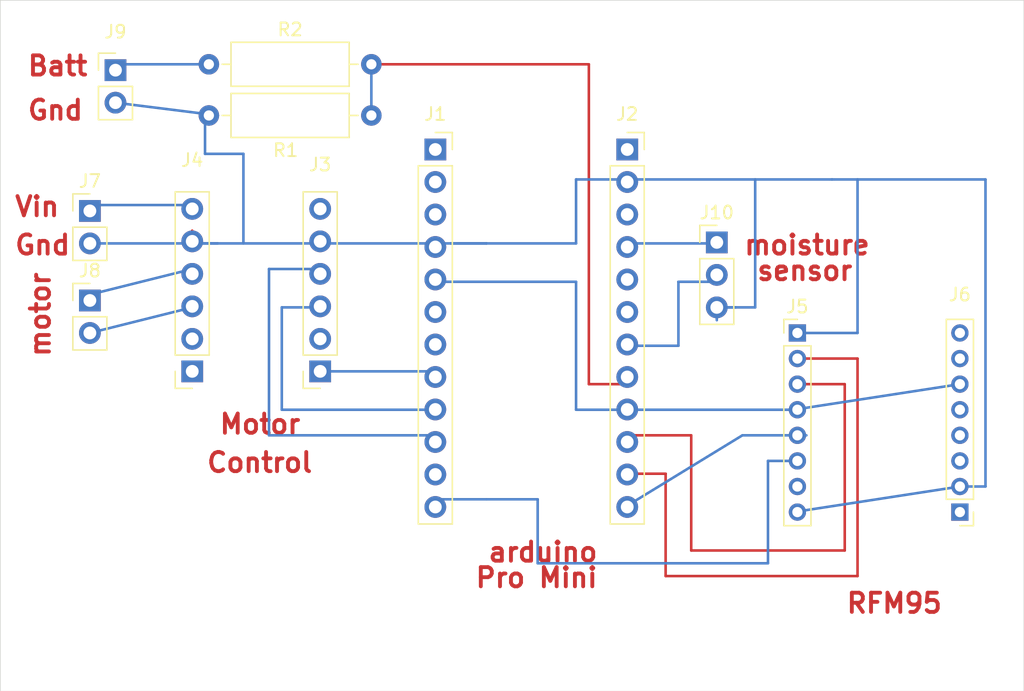
<source format=kicad_pcb>
(kicad_pcb (version 20240108) (generator "pcbnew") (generator_version "8.0")
  (layers (0 "F.Cu" signal) (31 "B.Cu" signal) (34 "B.Paste" user) (35 "F.Paste" user) (36 "B.SilkS" user "B.Silkscreen") (37 "F.SilkS" user "F.Silkscreen") (38 "B.Mask" user) (39 "F.Mask" user) (44 "Edge.Cuts" user))
  (net 0 "")
  (net 4 "Net-(J1-Pin_12)")
  (net 5 "Net-(J1-Pin_9)")
  (net 7 "Net-(J1-Pin_8)")
  (net 8 "Net-(J1-Pin_4)")
  (net 9 "Net-(J1-Pin_5)")
  (net 11 "Net-(J1-Pin_10)")
  (net 13 "Net-(J2-Pin_11)")
  (net 15 "Net-(J10-Pin_2)")
  (net 17 "Net-(J2-Pin_12)")
  (net 18 "Net-(J10-Pin_1)")
  (net 19 "Net-(J2-Pin_8)")
  (net 22 "Net-(J2-Pin_10)")
  (net 25 "Net-(J4-Pin_3)")
  (net 26 "Net-(J4-Pin_4)")
  (net 29 "Net-(J4-Pin_6)")
  (net 37 "Net-(J9-Pin_1)")
  (footprint "Connector_PinHeader_2.54mm:PinHeader_1x02_P2.54mm_Vertical" (layer "F.Cu") (at 89 75.46)
    (property "Reference" "J9" (at 0 -3 0) (layer "F.SilkS"))
    (property "Value" "Conn_01x02_Socket" (hide yes))
    (fp_line (start -1.33 -1.33) (end 0 -1.33) (stroke (width 0.12)) (layer "F.SilkS"))
    (fp_line (start -1.33 0) (end -1.33 -1.33) (stroke (width 0.12)) (layer "F.SilkS"))
    (fp_line (start -1.33 1.27) (end -1.33 3.87) (stroke (width 0.12)) (layer "F.SilkS"))
    (fp_line (start -1.33 1.27) (end 1.33 1.27) (stroke (width 0.12)) (layer "F.SilkS"))
    (fp_line (start -1.33 3.87) (end 1.33 3.87) (stroke (width 0.12)) (layer "F.SilkS"))
    (fp_line (start 1.33 1.27) (end 1.33 3.87) (stroke (width 0.12)) (layer "F.SilkS"))
    (pad "1" thru_hole rect (at 0 0) (size 1.7 1.7) (drill 1) (layers "*.Cu" "*.Mask") (net 37 "Net-(J9-Pin_1)"))
    (pad "2" thru_hole oval (at 0 2.54) (size 1.7 1.7) (drill 1) (layers "*.Cu" "*.Mask") (net 8 "Net-(J1-Pin_4)"))
  )
  (footprint "Resistor_THT:R_Axial_DIN0309_L9.0mm_D3.2mm_P12.70mm_Horizontal" (layer "F.Cu") (at 96.3 75)
    (property "Reference" "R2" (at 6.35 -2.72 0) (layer "F.SilkS"))
    (property "Value" "2.2k")
    (fp_line (start 1.04 0) (end 1.73 0) (stroke (width 0.12)) (layer "F.SilkS"))
    (fp_line (start 1.73 -1.72) (end 1.73 1.72) (stroke (width 0.12)) (layer "F.SilkS"))
    (fp_line (start 1.73 1.72) (end 10.97 1.72) (stroke (width 0.12)) (layer "F.SilkS"))
    (fp_line (start 10.97 -1.72) (end 1.73 -1.72) (stroke (width 0.12)) (layer "F.SilkS"))
    (fp_line (start 10.97 1.72) (end 10.97 -1.72) (stroke (width 0.12)) (layer "F.SilkS"))
    (fp_line (start 11.66 0) (end 10.97 0) (stroke (width 0.12)) (layer "F.SilkS"))
    (pad "1" thru_hole circle (at 0 0) (size 1.6 1.6) (drill 0.8) (layers "*.Cu" "*.Mask") (net 37 "Net-(J9-Pin_1)"))
    (pad "2" thru_hole oval (at 12.7 0) (size 1.6 1.6) (drill 0.8) (layers "*.Cu" "*.Mask") (net 19 "Net-(J2-Pin_8)"))
  )
  (footprint "Resistor_THT:R_Axial_DIN0309_L9.0mm_D3.2mm_P12.70mm_Horizontal" (layer "F.Cu") (at 109 79 180)
    (property "Reference" "R1" (at 6.7 -2.72 0) (layer "F.SilkS"))
    (property "Value" "2.2k")
    (fp_line (start 11.66 0) (end 10.97 0) (stroke (width 0.12)) (layer "F.SilkS"))
    (fp_line (start 10.97 1.72) (end 10.97 -1.72) (stroke (width 0.12)) (layer "F.SilkS"))
    (fp_line (start 10.97 -1.72) (end 1.73 -1.72) (stroke (width 0.12)) (layer "F.SilkS"))
    (fp_line (start 1.73 1.72) (end 10.97 1.72) (stroke (width 0.12)) (layer "F.SilkS"))
    (fp_line (start 1.73 -1.72) (end 1.73 1.72) (stroke (width 0.12)) (layer "F.SilkS"))
    (fp_line (start 1.04 0) (end 1.73 0) (stroke (width 0.12)) (layer "F.SilkS"))
    (pad "1" thru_hole circle (at 0 0 180) (size 1.6 1.6) (drill 0.8) (layers "*.Cu" "*.Mask") (net 19 "Net-(J2-Pin_8)"))
    (pad "2" thru_hole oval (at 12.7 0 180) (size 1.6 1.6) (drill 0.8) (layers "*.Cu" "*.Mask") (net 8 "Net-(J1-Pin_4)"))
  )
  (footprint "Connector_PinHeader_2.54mm:PinHeader_1x02_P2.54mm_Vertical" (layer "F.Cu") (at 87 93.46)
    (property "Reference" "J8" (at 0 -2.33 0) (layer "F.SilkS"))
    (property "Value" "Conn_01x02_Socket" (hide yes))
    (fp_line (start -1.33 -1.33) (end 0 -1.33) (stroke (width 0.12)) (layer "F.SilkS"))
    (fp_line (start -1.33 0) (end -1.33 -1.33) (stroke (width 0.12)) (layer "F.SilkS"))
    (fp_line (start -1.33 1.27) (end -1.33 3.87) (stroke (width 0.12)) (layer "F.SilkS"))
    (fp_line (start -1.33 1.27) (end 1.33 1.27) (stroke (width 0.12)) (layer "F.SilkS"))
    (fp_line (start -1.33 3.87) (end 1.33 3.87) (stroke (width 0.12)) (layer "F.SilkS"))
    (fp_line (start 1.33 1.27) (end 1.33 3.87) (stroke (width 0.12)) (layer "F.SilkS"))
    (pad "1" thru_hole rect (at 0 0) (size 1.7 1.7) (drill 1) (layers "*.Cu" "*.Mask") (net 26 "Net-(J4-Pin_4)"))
    (pad "2" thru_hole oval (at 0 2.54) (size 1.7 1.7) (drill 1) (layers "*.Cu" "*.Mask") (net 25 "Net-(J4-Pin_3)"))
  )
  (footprint "Connector_PinHeader_2.54mm:PinHeader_1x02_P2.54mm_Vertical" (layer "F.Cu") (at 87 86.46)
    (property "Reference" "J7" (at 0 -2.33 0) (layer "F.SilkS"))
    (property "Value" "Conn_01x02_Socket" (hide yes))
    (fp_line (start -1.33 -1.33) (end 0 -1.33) (stroke (width 0.12)) (layer "F.SilkS"))
    (fp_line (start -1.33 0) (end -1.33 -1.33) (stroke (width 0.12)) (layer "F.SilkS"))
    (fp_line (start -1.33 1.27) (end -1.33 3.87) (stroke (width 0.12)) (layer "F.SilkS"))
    (fp_line (start -1.33 1.27) (end 1.33 1.27) (stroke (width 0.12)) (layer "F.SilkS"))
    (fp_line (start -1.33 3.87) (end 1.33 3.87) (stroke (width 0.12)) (layer "F.SilkS"))
    (fp_line (start 1.33 1.27) (end 1.33 3.87) (stroke (width 0.12)) (layer "F.SilkS"))
    (pad "1" thru_hole rect (at 0 0) (size 1.7 1.7) (drill 1) (layers "*.Cu" "*.Mask") (net 29 "Net-(J4-Pin_6)"))
    (pad "2" thru_hole oval (at 0 2.54) (size 1.7 1.7) (drill 1) (layers "*.Cu" "*.Mask") (net 8 "Net-(J1-Pin_4)"))
  )
  (footprint "Connector_PinHeader_2.54mm:PinHeader_1x03_P2.54mm_Vertical" (layer "F.Cu") (at 136 88.92)
    (property "Reference" "J10" (at 0 -2.33 0) (layer "F.SilkS"))
    (property "Value" "Conn_01x03_Socket" (hide yes))
    (fp_line (start -1.33 -1.33) (end 0 -1.33) (stroke (width 0.12)) (layer "F.SilkS"))
    (fp_line (start -1.33 0) (end -1.33 -1.33) (stroke (width 0.12)) (layer "F.SilkS"))
    (fp_line (start -1.33 1.27) (end -1.33 6.41) (stroke (width 0.12)) (layer "F.SilkS"))
    (fp_line (start -1.33 1.27) (end 1.33 1.27) (stroke (width 0.12)) (layer "F.SilkS"))
    (fp_line (start -1.33 6.41) (end 1.33 6.41) (stroke (width 0.12)) (layer "F.SilkS"))
    (fp_line (start 1.33 1.27) (end 1.33 6.41) (stroke (width 0.12)) (layer "F.SilkS"))
    (pad "1" thru_hole rect (at 0 0) (size 1.7 1.7) (drill 1) (layers "*.Cu" "*.Mask") (net 18 "Net-(J10-Pin_1)"))
    (pad "2" thru_hole oval (at 0 2.54) (size 1.7 1.7) (drill 1) (layers "*.Cu" "*.Mask") (net 15 "Net-(J10-Pin_2)"))
    (pad "3" thru_hole oval (at 0 5.08) (size 1.7 1.7) (drill 1) (layers "*.Cu" "*.Mask") (net 8 "Net-(J1-Pin_4)"))
  )
  (footprint "Connector_PinHeader_2.00mm:PinHeader_1x08_P2.00mm_Vertical" (layer "F.Cu") (at 142.3 96)
    (property "Reference" "J5" (at 0 -2.06 0) (layer "F.SilkS"))
    (property "Value" "Conn_01x08_Socket" (hide yes))
    (fp_line (start -1.06 -1.06) (end 0 -1.06) (stroke (width 0.12)) (layer "F.SilkS"))
    (fp_line (start -1.06 0) (end -1.06 -1.06) (stroke (width 0.12)) (layer "F.SilkS"))
    (fp_line (start -1.06 1) (end -1.06 15.06) (stroke (width 0.12)) (layer "F.SilkS"))
    (fp_line (start -1.06 1) (end 1.06 1) (stroke (width 0.12)) (layer "F.SilkS"))
    (fp_line (start -1.06 15.06) (end 1.06 15.06) (stroke (width 0.12)) (layer "F.SilkS"))
    (fp_line (start 1.06 1) (end 1.06 15.06) (stroke (width 0.12)) (layer "F.SilkS"))
    (pad "1" thru_hole rect (at 0 0) (size 1.35 1.35) (drill 0.8) (layers "*.Cu" "*.Mask") (net 8 "Net-(J1-Pin_4)"))
    (pad "2" thru_hole oval (at 0 2) (size 1.35 1.35) (drill 0.8) (layers "*.Cu" "*.Mask") (net 13 "Net-(J2-Pin_11)"))
    (pad "3" thru_hole oval (at 0 4) (size 1.35 1.35) (drill 0.8) (layers "*.Cu" "*.Mask") (net 22 "Net-(J2-Pin_10)"))
    (pad "4" thru_hole oval (at 0 6) (size 1.35 1.35) (drill 0.8) (layers "*.Cu" "*.Mask") (net 9 "Net-(J1-Pin_5)"))
    (pad "5" thru_hole oval (at 0 8) (size 1.35 1.35) (drill 0.8) (layers "*.Cu" "*.Mask") (net 17 "Net-(J2-Pin_12)"))
    (pad "6" thru_hole oval (at 0 10) (size 1.35 1.35) (drill 0.8) (layers "*.Cu" "*.Mask") (net 4 "Net-(J1-Pin_12)"))
    (pad "7" thru_hole oval (at 0 12) (size 1.35 1.35) (drill 0.8) (layers "*.Cu" "*.Mask"))
    (pad "8" thru_hole oval (at 0 14) (size 1.35 1.35) (drill 0.8) (layers "*.Cu" "*.Mask") (net 8 "Net-(J1-Pin_4)"))
  )
  (footprint "Connector_PinSocket_2.54mm:PinSocket_1x12_P2.54mm_Vertical" (layer "F.Cu") (at 114 81.66)
    (property "Reference" "J1" (at 0 -2.77 0) (layer "F.SilkS"))
    (property "Value" "Conn_01x12_Socket" (hide yes))
    (fp_line (start -1.33 1.27) (end -1.33 29.27) (stroke (width 0.12)) (layer "F.SilkS"))
    (fp_line (start -1.33 1.27) (end 1.33 1.27) (stroke (width 0.12)) (layer "F.SilkS"))
    (fp_line (start -1.33 29.27) (end 1.33 29.27) (stroke (width 0.12)) (layer "F.SilkS"))
    (fp_line (start 0 -1.33) (end 1.33 -1.33) (stroke (width 0.12)) (layer "F.SilkS"))
    (fp_line (start 1.33 -1.33) (end 1.33 0) (stroke (width 0.12)) (layer "F.SilkS"))
    (fp_line (start 1.33 1.27) (end 1.33 29.27) (stroke (width 0.12)) (layer "F.SilkS"))
    (pad "1" thru_hole rect (at 0 0) (size 1.7 1.7) (drill 1) (layers "*.Cu" "*.Mask"))
    (pad "2" thru_hole oval (at 0 2.54) (size 1.7 1.7) (drill 1) (layers "*.Cu" "*.Mask"))
    (pad "3" thru_hole oval (at 0 5.08) (size 1.7 1.7) (drill 1) (layers "*.Cu" "*.Mask"))
    (pad "4" thru_hole oval (at 0 7.62) (size 1.7 1.7) (drill 1) (layers "*.Cu" "*.Mask") (net 8 "Net-(J1-Pin_4)"))
    (pad "5" thru_hole oval (at 0 10.16) (size 1.7 1.7) (drill 1) (layers "*.Cu" "*.Mask") (net 9 "Net-(J1-Pin_5)"))
    (pad "6" thru_hole oval (at 0 12.7) (size 1.7 1.7) (drill 1) (layers "*.Cu" "*.Mask"))
    (pad "7" thru_hole oval (at 0 15.24) (size 1.7 1.7) (drill 1) (layers "*.Cu" "*.Mask"))
    (pad "8" thru_hole oval (at 0 17.78) (size 1.7 1.7) (drill 1) (layers "*.Cu" "*.Mask") (net 7 "Net-(J1-Pin_8)"))
    (pad "9" thru_hole oval (at 0 20.32) (size 1.7 1.7) (drill 1) (layers "*.Cu" "*.Mask") (net 5 "Net-(J1-Pin_9)"))
    (pad "10" thru_hole oval (at 0 22.86) (size 1.7 1.7) (drill 1) (layers "*.Cu" "*.Mask") (net 11 "Net-(J1-Pin_10)"))
    (pad "11" thru_hole oval (at 0 25.4) (size 1.7 1.7) (drill 1) (layers "*.Cu" "*.Mask"))
    (pad "12" thru_hole oval (at 0 27.94) (size 1.7 1.7) (drill 1) (layers "*.Cu" "*.Mask") (net 4 "Net-(J1-Pin_12)"))
  )
  (footprint "Connector_PinHeader_2.00mm:PinHeader_1x08_P2.00mm_Vertical" (layer "F.Cu") (at 155 110 180)
    (property "Reference" "J6" (at 0 17 0) (layer "F.SilkS"))
    (property "Value" "Conn_01x08_Socket" (hide yes))
    (fp_line (start 1.06 1) (end 1.06 15.06) (stroke (width 0.12)) (layer "F.SilkS"))
    (fp_line (start -1.06 15.06) (end 1.06 15.06) (stroke (width 0.12)) (layer "F.SilkS"))
    (fp_line (start -1.06 1) (end 1.06 1) (stroke (width 0.12)) (layer "F.SilkS"))
    (fp_line (start -1.06 1) (end -1.06 15.06) (stroke (width 0.12)) (layer "F.SilkS"))
    (fp_line (start -1.06 0) (end -1.06 -1.06) (stroke (width 0.12)) (layer "F.SilkS"))
    (fp_line (start -1.06 -1.06) (end 0 -1.06) (stroke (width 0.12)) (layer "F.SilkS"))
    (pad "1" thru_hole rect (at 0 0 180) (size 1.35 1.35) (drill 0.8) (layers "*.Cu" "*.Mask"))
    (pad "2" thru_hole oval (at 0 2 180) (size 1.35 1.35) (drill 0.8) (layers "*.Cu" "*.Mask") (net 8 "Net-(J1-Pin_4)"))
    (pad "3" thru_hole oval (at 0 4 180) (size 1.35 1.35) (drill 0.8) (layers "*.Cu" "*.Mask"))
    (pad "4" thru_hole oval (at 0 6 180) (size 1.35 1.35) (drill 0.8) (layers "*.Cu" "*.Mask"))
    (pad "5" thru_hole oval (at 0 8 180) (size 1.35 1.35) (drill 0.8) (layers "*.Cu" "*.Mask"))
    (pad "6" thru_hole oval (at 0 10 180) (size 1.35 1.35) (drill 0.8) (layers "*.Cu" "*.Mask") (net 9 "Net-(J1-Pin_5)"))
    (pad "7" thru_hole oval (at 0 12 180) (size 1.35 1.35) (drill 0.8) (layers "*.Cu" "*.Mask"))
    (pad "8" thru_hole oval (at 0 14 180) (size 1.35 1.35) (drill 0.8) (layers "*.Cu" "*.Mask"))
  )
  (footprint "Connector_PinSocket_2.54mm:PinSocket_1x06_P2.54mm_Vertical" (layer "F.Cu") (at 95 99 180)
    (property "Reference" "J4" (at 0 16.51 0) (layer "F.SilkS"))
    (property "Value" "Conn_01x06_Socket" (hide yes))
    (fp_line (start 1.33 1.27) (end 1.33 14.03) (stroke (width 0.12)) (layer "F.SilkS"))
    (fp_line (start 1.33 -1.33) (end 1.33 0) (stroke (width 0.12)) (layer "F.SilkS"))
    (fp_line (start 0 -1.33) (end 1.33 -1.33) (stroke (width 0.12)) (layer "F.SilkS"))
    (fp_line (start -1.33 14.03) (end 1.33 14.03) (stroke (width 0.12)) (layer "F.SilkS"))
    (fp_line (start -1.33 1.27) (end 1.33 1.27) (stroke (width 0.12)) (layer "F.SilkS"))
    (fp_line (start -1.33 1.27) (end -1.33 14.03) (stroke (width 0.12)) (layer "F.SilkS"))
    (pad "1" thru_hole rect (at 0 0 180) (size 1.7 1.7) (drill 1) (layers "*.Cu" "*.Mask"))
    (pad "2" thru_hole oval (at 0 2.54 180) (size 1.7 1.7) (drill 1) (layers "*.Cu" "*.Mask"))
    (pad "3" thru_hole oval (at 0 5.08 180) (size 1.7 1.7) (drill 1) (layers "*.Cu" "*.Mask") (net 25 "Net-(J4-Pin_3)"))
    (pad "4" thru_hole oval (at 0 7.62 180) (size 1.7 1.7) (drill 1) (layers "*.Cu" "*.Mask") (net 26 "Net-(J4-Pin_4)"))
    (pad "5" thru_hole oval (at 0 10.16 180) (size 1.7 1.7) (drill 1) (layers "*.Cu" "*.Mask") (net 8 "Net-(J1-Pin_4)"))
    (pad "6" thru_hole oval (at 0 12.7 180) (size 1.7 1.7) (drill 1) (layers "*.Cu" "*.Mask") (net 29 "Net-(J4-Pin_6)"))
  )
  (footprint "Connector_PinSocket_2.54mm:PinSocket_1x06_P2.54mm_Vertical" (layer "F.Cu") (at 105 99 180)
    (property "Reference" "J3" (at 0 16.16 0) (layer "F.SilkS"))
    (property "Value" "Conn_01x06_Socket" (hide yes))
    (fp_line (start 1.33 1.27) (end 1.33 14.03) (stroke (width 0.12)) (layer "F.SilkS"))
    (fp_line (start 1.33 -1.33) (end 1.33 0) (stroke (width 0.12)) (layer "F.SilkS"))
    (fp_line (start 0 -1.33) (end 1.33 -1.33) (stroke (width 0.12)) (layer "F.SilkS"))
    (fp_line (start -1.33 14.03) (end 1.33 14.03) (stroke (width 0.12)) (layer "F.SilkS"))
    (fp_line (start -1.33 1.27) (end 1.33 1.27) (stroke (width 0.12)) (layer "F.SilkS"))
    (fp_line (start -1.33 1.27) (end -1.33 14.03) (stroke (width 0.12)) (layer "F.SilkS"))
    (pad "1" thru_hole rect (at 0 0 180) (size 1.7 1.7) (drill 1) (layers "*.Cu" "*.Mask") (net 7 "Net-(J1-Pin_8)"))
    (pad "2" thru_hole oval (at 0 2.54 180) (size 1.7 1.7) (drill 1) (layers "*.Cu" "*.Mask"))
    (pad "3" thru_hole oval (at 0 5.08 180) (size 1.7 1.7) (drill 1) (layers "*.Cu" "*.Mask") (net 5 "Net-(J1-Pin_9)"))
    (pad "4" thru_hole oval (at 0 7.62 180) (size 1.7 1.7) (drill 1) (layers "*.Cu" "*.Mask") (net 11 "Net-(J1-Pin_10)"))
    (pad "5" thru_hole oval (at 0 10.16 180) (size 1.7 1.7) (drill 1) (layers "*.Cu" "*.Mask") (net 8 "Net-(J1-Pin_4)"))
    (pad "6" thru_hole oval (at 0 12.7 180) (size 1.7 1.7) (drill 1) (layers "*.Cu" "*.Mask"))
  )
  (footprint "Connector_PinSocket_2.54mm:PinSocket_1x12_P2.54mm_Vertical" (layer "F.Cu") (at 129 81.66)
    (property "Reference" "J2" (at 0 -2.77 0) (layer "F.SilkS"))
    (property "Value" "Conn_01x12_Socket" (hide yes))
    (fp_line (start -1.33 1.27) (end -1.33 29.27) (stroke (width 0.12)) (layer "F.SilkS"))
    (fp_line (start -1.33 1.27) (end 1.33 1.27) (stroke (width 0.12)) (layer "F.SilkS"))
    (fp_line (start -1.33 29.27) (end 1.33 29.27) (stroke (width 0.12)) (layer "F.SilkS"))
    (fp_line (start 0 -1.33) (end 1.33 -1.33) (stroke (width 0.12)) (layer "F.SilkS"))
    (fp_line (start 1.33 -1.33) (end 1.33 0) (stroke (width 0.12)) (layer "F.SilkS"))
    (fp_line (start 1.33 1.27) (end 1.33 29.27) (stroke (width 0.12)) (layer "F.SilkS"))
    (pad "1" thru_hole rect (at 0 0) (size 1.7 1.7) (drill 1) (layers "*.Cu" "*.Mask"))
    (pad "2" thru_hole oval (at 0 2.54) (size 1.7 1.7) (drill 1) (layers "*.Cu" "*.Mask") (net 8 "Net-(J1-Pin_4)"))
    (pad "3" thru_hole oval (at 0 5.08) (size 1.7 1.7) (drill 1) (layers "*.Cu" "*.Mask"))
    (pad "4" thru_hole oval (at 0 7.62) (size 1.7 1.7) (drill 1) (layers "*.Cu" "*.Mask") (net 18 "Net-(J10-Pin_1)"))
    (pad "5" thru_hole oval (at 0 10.16) (size 1.7 1.7) (drill 1) (layers "*.Cu" "*.Mask"))
    (pad "6" thru_hole oval (at 0 12.7) (size 1.7 1.7) (drill 1) (layers "*.Cu" "*.Mask"))
    (pad "7" thru_hole oval (at 0 15.24) (size 1.7 1.7) (drill 1) (layers "*.Cu" "*.Mask") (net 15 "Net-(J10-Pin_2)"))
    (pad "8" thru_hole oval (at 0 17.78) (size 1.7 1.7) (drill 1) (layers "*.Cu" "*.Mask") (net 19 "Net-(J2-Pin_8)"))
    (pad "9" thru_hole oval (at 0 20.32) (size 1.7 1.7) (drill 1) (layers "*.Cu" "*.Mask") (net 9 "Net-(J1-Pin_5)"))
    (pad "10" thru_hole oval (at 0 22.86) (size 1.7 1.7) (drill 1) (layers "*.Cu" "*.Mask") (net 22 "Net-(J2-Pin_10)"))
    (pad "11" thru_hole oval (at 0 25.4) (size 1.7 1.7) (drill 1) (layers "*.Cu" "*.Mask") (net 13 "Net-(J2-Pin_11)"))
    (pad "12" thru_hole oval (at 0 27.94) (size 1.7 1.7) (drill 1) (layers "*.Cu" "*.Mask") (net 17 "Net-(J2-Pin_12)"))
  )
  (gr_line (start 134 104) (end 134 113) (stroke (width 0.2)) (layer "F.Cu") (net 22))
  (gr_line (start 109 75) (end 126 75) (stroke (width 0.2)) (layer "F.Cu") (net 19))
  (gr_line (start 126 75) (end 126 100) (stroke (width 0.2)) (layer "F.Cu") (net 19))
  (gr_line (start 146 100) (end 142 100) (stroke (width 0.2)) (layer "F.Cu") (net 22))
  (gr_line (start 146 113) (end 146 100) (stroke (width 0.2)) (layer "F.Cu") (net 22))
  (gr_line (start 132 107) (end 132 115) (stroke (width 0.2)) (layer "F.Cu") (net 13))
  (gr_line (start 132 115) (end 147 115) (stroke (width 0.2)) (layer "F.Cu") (net 13))
  (gr_line (start 126 100) (end 129 100) (stroke (width 0.2)) (layer "F.Cu") (net 19))
  (gr_line (start 147 98) (end 147 115) (stroke (width 0.2)) (layer "F.Cu") (net 13))
  (gr_line (start 134 113) (end 146 113) (stroke (width 0.2)) (layer "F.Cu") (net 22))
  (gr_line (start 143 98) (end 147 98) (stroke (width 0.2)) (layer "F.Cu") (net 13))
  (gr_line (start 129 104) (end 134 104) (stroke (width 0.2)) (layer "F.Cu") (net 22))
  (gr_line (start 129 107) (end 132 107) (stroke (width 0.2)) (layer "F.Cu") (net 13))
  (gr_line (start 95 89) (end 95 88) (stroke (width 0.2)) (layer "F.Cu") (net 8))
  (gr_line (start 133 97) (end 133 92) (stroke (width 0.2)) (layer "B.Cu") (net 15))
  (gr_line (start 136 94) (end 139 94) (stroke (width 0.2)) (layer "B.Cu") (net 8))
  (gr_line (start 147 96) (end 147 84) (stroke (width 0.2)) (layer "B.Cu") (net 8))
  (gr_line (start 109 75) (end 109 79) (stroke (width 0.2)) (layer "B.Cu") (net 19))
  (gr_line (start 138 114) (end 140 114) (stroke (width 0.2)) (layer "B.Cu") (net 4))
  (gr_line (start 142 102) (end 155 100) (stroke (width 0.2)) (layer "B.Cu") (net 9))
  (gr_line (start 122 114) (end 138 114) (stroke (width 0.2)) (layer "B.Cu") (net 4))
  (gr_line (start 157 108) (end 155 108) (stroke (width 0.2)) (layer "B.Cu") (net 8))
  (gr_line (start 140 114) (end 140 106) (stroke (width 0.2)) (layer "B.Cu") (net 4))
  (gr_line (start 96 82) (end 99 82) (stroke (width 0.2)) (layer "B.Cu") (net 8))
  (gr_line (start 138 104) (end 142.5 104) (stroke (width 0.2)) (layer "B.Cu") (net 17))
  (gr_line (start 102 94) (end 102 102) (stroke (width 0.2)) (layer "B.Cu") (net 5))
  (gr_line (start 133 92) (end 136 92) (stroke (width 0.2)) (layer "B.Cu") (net 15))
  (gr_line (start 99 82) (end 99 89) (stroke (width 0.2)) (layer "B.Cu") (net 8))
  (gr_line (start 129 109) (end 129 110) (stroke (width 0.2)) (layer "B.Cu") (net 17))
  (gr_line (start 125 92) (end 125 102) (stroke (width 0.2)) (layer "B.Cu") (net 9))
  (gr_line (start 105 94) (end 102 94) (stroke (width 0.2)) (layer "B.Cu") (net 5))
  (gr_line (start 97 79) (end 96 79) (stroke (width 0.2)) (layer "B.Cu") (net 8))
  (gr_line (start 114 109) (end 118 109) (stroke (width 0.2)) (layer "B.Cu") (net 4))
  (gr_line (start 129 97) (end 133 97) (stroke (width 0.2)) (layer "B.Cu") (net 15))
  (gr_line (start 142 104) (end 143 104) (stroke (width 0.2)) (layer "B.Cu") (net 17))
  (gr_line (start 87 86) (end 95 86) (stroke (width 0.2)) (layer "B.Cu") (net 29))
  (gr_line (start 129 84) (end 145 84) (stroke (width 0.2)) (layer "B.Cu") (net 8))
  (gr_line (start 139 94) (end 139 84) (stroke (width 0.2)) (layer "B.Cu") (net 8))
  (gr_line (start 145 84) (end 157 84) (stroke (width 0.2)) (layer "B.Cu") (net 8))
  (gr_line (start 129 89) (end 136 89) (stroke (width 0.2)) (layer "B.Cu") (net 18))
  (gr_line (start 118 89) (end 125 89) (stroke (width 0.2)) (layer "B.Cu") (net 8))
  (gr_line (start 96 79) (end 96 82) (stroke (width 0.2)) (layer "B.Cu") (net 8))
  (gr_line (start 105 99) (end 114 99) (stroke (width 0.2)) (layer "B.Cu") (net 7))
  (gr_line (start 157 84) (end 157 108) (stroke (width 0.2)) (layer "B.Cu") (net 8))
  (gr_line (start 118 109) (end 122 109) (stroke (width 0.2)) (layer "B.Cu") (net 4))
  (gr_line (start 95 89) (end 97 89) (stroke (width 0.2)) (layer "B.Cu") (net 8))
  (gr_line (start 102 102) (end 114 102) (stroke (width 0.2)) (layer "B.Cu") (net 5))
  (gr_line (start 140 106) (end 142 106) (stroke (width 0.2)) (layer "B.Cu") (net 4))
  (gr_line (start 114 92) (end 125 92) (stroke (width 0.2)) (layer "B.Cu") (net 9))
  (gr_line (start 122 109) (end 122 114) (stroke (width 0.2)) (layer "B.Cu") (net 4))
  (gr_line (start 87 93) (end 95 91) (stroke (width 0.2)) (layer "B.Cu") (net 26))
  (gr_line (start 129 102) (end 142 102) (stroke (width 0.2)) (layer "B.Cu") (net 9))
  (gr_line (start 101 104) (end 114 104) (stroke (width 0.2)) (layer "B.Cu") (net 11))
  (gr_line (start 125 84) (end 129 84) (stroke (width 0.2)) (layer "B.Cu") (net 8))
  (gr_line (start 125 89) (end 125 84) (stroke (width 0.2)) (layer "B.Cu") (net 8))
  (gr_line (start 142 110) (end 155 108) (stroke (width 0.2)) (layer "B.Cu") (net 8))
  (gr_line (start 87 89) (end 95 89) (stroke (width 0.2)) (layer "B.Cu") (net 8))
  (gr_line (start 105 89) (end 118 89) (stroke (width 0.2)) (layer "B.Cu") (net 8))
  (gr_line (start 125 102) (end 129 102) (stroke (width 0.2)) (layer "B.Cu") (net 9))
  (gr_line (start 136 94) (end 137.5 94) (stroke (width 0.2)) (layer "B.Cu") (net 8))
  (gr_line (start 129 109.5) (end 138 104) (stroke (width 0.2)) (layer "B.Cu") (net 17))
  (gr_line (start 136 94) (end 136 95) (stroke (width 0.2)) (layer "B.Cu") (net 8))
  (gr_line (start 142 96) (end 147 96) (stroke (width 0.2)) (layer "B.Cu") (net 8))
  (gr_line (start 101 91) (end 101 104) (stroke (width 0.2)) (layer "B.Cu") (net 11))
  (gr_line (start 89 75) (end 96 75) (stroke (width 0.2)) (layer "B.Cu") (net 37))
  (gr_line (start 89 78) (end 97 79) (stroke (width 0.2)) (layer "B.Cu") (net 8))
  (gr_line (start 95 89) (end 105 89) (stroke (width 0.2)) (layer "B.Cu") (net 8))
  (gr_line (start 105 91) (end 101 91) (stroke (width 0.2)) (layer "B.Cu") (net 11))
  (gr_line (start 87 96) (end 95 94) (stroke (width 0.2)) (layer "B.Cu") (net 25))
  (gr_rect (start 80 70) (end 160 124) (stroke (width 0.05)) (fill none) (layer "Edge.Cuts"))
  (gr_text "Motor" (at 97 104 0) (layer "F.Cu") (effects (font (size 1.5 1.5) (thickness 0.3) (bold yes)) (justify left bottom)))
  (gr_text "sensor" (at 139 92 0) (layer "F.Cu") (effects (font (size 1.5 1.5) (thickness 0.3) (bold yes)) (justify left bottom)))
  (gr_text "arduino" (at 118 114 0) (layer "F.Cu") (effects (font (size 1.5 1.5) (thickness 0.3) (bold yes)) (justify left bottom)))
  (gr_text "moisture" (at 138 90 0) (layer "F.Cu") (effects (font (size 1.5 1.5) (thickness 0.3) (bold yes)) (justify left bottom)))
  (gr_text "Control" (at 96 107 0) (layer "F.Cu") (effects (font (size 1.5 1.5) (thickness 0.3) (bold yes)) (justify left bottom)))
  (gr_text "Vin" (at 81 87 0) (layer "F.Cu") (effects (font (size 1.5 1.5) (thickness 0.3) (bold yes)) (justify left bottom)))
  (gr_text "Gnd" (at 82 79.46 0) (layer "F.Cu") (effects (font (size 1.5 1.5) (thickness 0.3) (bold yes)) (justify left bottom)))
  (gr_text "RFM95" (at 146 118 0) (layer "F.Cu") (effects (font (size 1.5 1.5) (thickness 0.3) (bold yes)) (justify left bottom)))
  (gr_text "Pro Mini" (at 117 116 0) (layer "F.Cu") (effects (font (size 1.5 1.5) (thickness 0.3) (bold yes)) (justify left bottom)))
  (gr_text "motor" (at 84 98 90) (layer "F.Cu") (effects (font (size 1.5 1.5) (thickness 0.3) (bold yes)) (justify left bottom)))
  (gr_text "Gnd" (at 81 90 0) (layer "F.Cu") (effects (font (size 1.5 1.5) (thickness 0.3) (bold yes)) (justify left bottom)))
  (gr_text "Batt" (at 82 76 0) (layer "F.Cu") (effects (font (size 1.5 1.5) (thickness 0.3) (bold yes)) (justify left bottom)))
  (segment (start 115.193654 89) (end 118 89) (width 0.2) (layer "B.Cu") (net 8))
)
</source>
